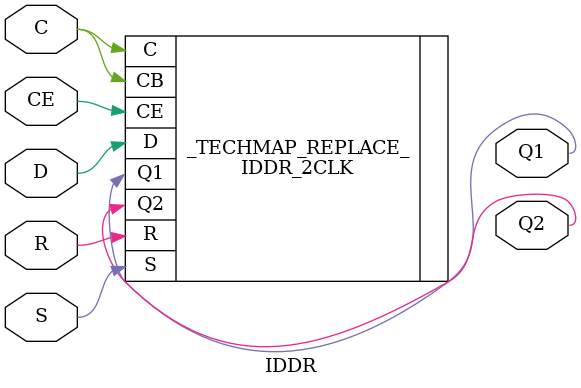
<source format=v>
module IDDR (
  output Q1,
  output Q2,
  input  C,
  input  CE,
  input  D,
  input  R,
  input  S,
);
  parameter DDR_CLK_EDGE = "OPPOSITE_EDGE";
  parameter INIT_Q1 = 1'b0;
  parameter INIT_Q2 = 1'b0;
  parameter [0:0] IS_C_INVERTED = 1'b0;
  parameter [0:0] IS_D_INVERTED = 1'b0;
  parameter SRTYPE = "SYNC";
  IDDR_2CLK # (
    .DDR_CLK_EDGE   (DDR_CLK_EDGE),
    .SRTYPE         (SRTYPE),
    .INIT_Q1        (INIT_Q1),
    .INIT_Q2        (INIT_Q2),
    .IS_C_INVERTED  (IS_C_INVERTED),
    .IS_CB_INVERTED (!IS_C_INVERTED),
    .IS_D_INVERTED  (IS_D_INVERTED)
  ) _TECHMAP_REPLACE_ (
    .C  (C),
    .CB (C),
    .CE (CE),
    .S  (S),
    .R  (R),
    .D  (D),
    .Q1 (Q1),
    .Q2 (Q2)
  );
endmodule
</source>
